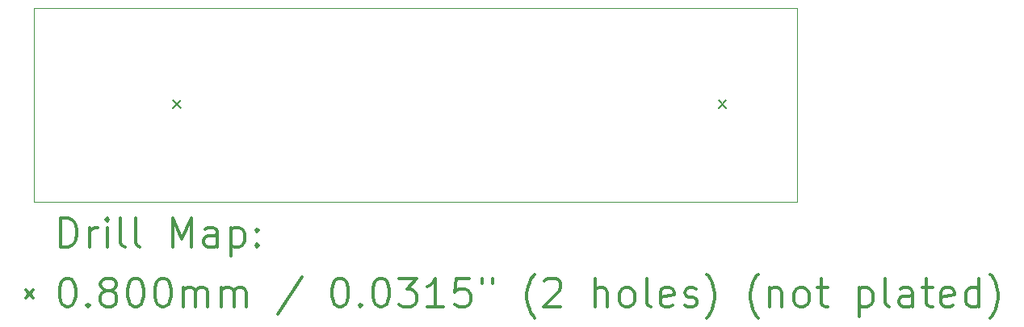
<source format=gbr>
%FSLAX45Y45*%
G04 Gerber Fmt 4.5, Leading zero omitted, Abs format (unit mm)*
G04 Created by KiCad (PCBNEW 5.1.10-88a1d61d58~88~ubuntu18.04.1) date 2021-09-30 10:17:41*
%MOMM*%
%LPD*%
G01*
G04 APERTURE LIST*
%TA.AperFunction,Profile*%
%ADD10C,0.100000*%
%TD*%
%ADD11C,0.200000*%
%ADD12C,0.300000*%
G04 APERTURE END LIST*
D10*
X10616200Y-5257800D02*
X10616200Y-7289800D01*
X2616200Y-5257800D02*
X10616200Y-5257800D01*
X2616200Y-7289800D02*
X2616200Y-5257800D01*
X10616200Y-7289800D02*
X2616200Y-7289800D01*
D11*
X4074800Y-6225600D02*
X4154800Y-6305600D01*
X4154800Y-6225600D02*
X4074800Y-6305600D01*
X9791800Y-6225600D02*
X9871800Y-6305600D01*
X9871800Y-6225600D02*
X9791800Y-6305600D01*
D12*
X2897628Y-7760514D02*
X2897628Y-7460514D01*
X2969057Y-7460514D01*
X3011914Y-7474800D01*
X3040486Y-7503371D01*
X3054771Y-7531943D01*
X3069057Y-7589086D01*
X3069057Y-7631943D01*
X3054771Y-7689086D01*
X3040486Y-7717657D01*
X3011914Y-7746229D01*
X2969057Y-7760514D01*
X2897628Y-7760514D01*
X3197628Y-7760514D02*
X3197628Y-7560514D01*
X3197628Y-7617657D02*
X3211914Y-7589086D01*
X3226200Y-7574800D01*
X3254771Y-7560514D01*
X3283343Y-7560514D01*
X3383343Y-7760514D02*
X3383343Y-7560514D01*
X3383343Y-7460514D02*
X3369057Y-7474800D01*
X3383343Y-7489086D01*
X3397628Y-7474800D01*
X3383343Y-7460514D01*
X3383343Y-7489086D01*
X3569057Y-7760514D02*
X3540486Y-7746229D01*
X3526200Y-7717657D01*
X3526200Y-7460514D01*
X3726200Y-7760514D02*
X3697628Y-7746229D01*
X3683343Y-7717657D01*
X3683343Y-7460514D01*
X4069057Y-7760514D02*
X4069057Y-7460514D01*
X4169057Y-7674800D01*
X4269057Y-7460514D01*
X4269057Y-7760514D01*
X4540486Y-7760514D02*
X4540486Y-7603371D01*
X4526200Y-7574800D01*
X4497628Y-7560514D01*
X4440486Y-7560514D01*
X4411914Y-7574800D01*
X4540486Y-7746229D02*
X4511914Y-7760514D01*
X4440486Y-7760514D01*
X4411914Y-7746229D01*
X4397628Y-7717657D01*
X4397628Y-7689086D01*
X4411914Y-7660514D01*
X4440486Y-7646229D01*
X4511914Y-7646229D01*
X4540486Y-7631943D01*
X4683343Y-7560514D02*
X4683343Y-7860514D01*
X4683343Y-7574800D02*
X4711914Y-7560514D01*
X4769057Y-7560514D01*
X4797628Y-7574800D01*
X4811914Y-7589086D01*
X4826200Y-7617657D01*
X4826200Y-7703371D01*
X4811914Y-7731943D01*
X4797628Y-7746229D01*
X4769057Y-7760514D01*
X4711914Y-7760514D01*
X4683343Y-7746229D01*
X4954771Y-7731943D02*
X4969057Y-7746229D01*
X4954771Y-7760514D01*
X4940486Y-7746229D01*
X4954771Y-7731943D01*
X4954771Y-7760514D01*
X4954771Y-7574800D02*
X4969057Y-7589086D01*
X4954771Y-7603371D01*
X4940486Y-7589086D01*
X4954771Y-7574800D01*
X4954771Y-7603371D01*
X2531200Y-8214800D02*
X2611200Y-8294800D01*
X2611200Y-8214800D02*
X2531200Y-8294800D01*
X2954771Y-8090514D02*
X2983343Y-8090514D01*
X3011914Y-8104800D01*
X3026200Y-8119086D01*
X3040486Y-8147657D01*
X3054771Y-8204800D01*
X3054771Y-8276229D01*
X3040486Y-8333371D01*
X3026200Y-8361943D01*
X3011914Y-8376229D01*
X2983343Y-8390514D01*
X2954771Y-8390514D01*
X2926200Y-8376229D01*
X2911914Y-8361943D01*
X2897628Y-8333371D01*
X2883343Y-8276229D01*
X2883343Y-8204800D01*
X2897628Y-8147657D01*
X2911914Y-8119086D01*
X2926200Y-8104800D01*
X2954771Y-8090514D01*
X3183343Y-8361943D02*
X3197628Y-8376229D01*
X3183343Y-8390514D01*
X3169057Y-8376229D01*
X3183343Y-8361943D01*
X3183343Y-8390514D01*
X3369057Y-8219086D02*
X3340486Y-8204800D01*
X3326200Y-8190514D01*
X3311914Y-8161943D01*
X3311914Y-8147657D01*
X3326200Y-8119086D01*
X3340486Y-8104800D01*
X3369057Y-8090514D01*
X3426200Y-8090514D01*
X3454771Y-8104800D01*
X3469057Y-8119086D01*
X3483343Y-8147657D01*
X3483343Y-8161943D01*
X3469057Y-8190514D01*
X3454771Y-8204800D01*
X3426200Y-8219086D01*
X3369057Y-8219086D01*
X3340486Y-8233371D01*
X3326200Y-8247657D01*
X3311914Y-8276229D01*
X3311914Y-8333371D01*
X3326200Y-8361943D01*
X3340486Y-8376229D01*
X3369057Y-8390514D01*
X3426200Y-8390514D01*
X3454771Y-8376229D01*
X3469057Y-8361943D01*
X3483343Y-8333371D01*
X3483343Y-8276229D01*
X3469057Y-8247657D01*
X3454771Y-8233371D01*
X3426200Y-8219086D01*
X3669057Y-8090514D02*
X3697628Y-8090514D01*
X3726200Y-8104800D01*
X3740486Y-8119086D01*
X3754771Y-8147657D01*
X3769057Y-8204800D01*
X3769057Y-8276229D01*
X3754771Y-8333371D01*
X3740486Y-8361943D01*
X3726200Y-8376229D01*
X3697628Y-8390514D01*
X3669057Y-8390514D01*
X3640486Y-8376229D01*
X3626200Y-8361943D01*
X3611914Y-8333371D01*
X3597628Y-8276229D01*
X3597628Y-8204800D01*
X3611914Y-8147657D01*
X3626200Y-8119086D01*
X3640486Y-8104800D01*
X3669057Y-8090514D01*
X3954771Y-8090514D02*
X3983343Y-8090514D01*
X4011914Y-8104800D01*
X4026200Y-8119086D01*
X4040486Y-8147657D01*
X4054771Y-8204800D01*
X4054771Y-8276229D01*
X4040486Y-8333371D01*
X4026200Y-8361943D01*
X4011914Y-8376229D01*
X3983343Y-8390514D01*
X3954771Y-8390514D01*
X3926200Y-8376229D01*
X3911914Y-8361943D01*
X3897628Y-8333371D01*
X3883343Y-8276229D01*
X3883343Y-8204800D01*
X3897628Y-8147657D01*
X3911914Y-8119086D01*
X3926200Y-8104800D01*
X3954771Y-8090514D01*
X4183343Y-8390514D02*
X4183343Y-8190514D01*
X4183343Y-8219086D02*
X4197628Y-8204800D01*
X4226200Y-8190514D01*
X4269057Y-8190514D01*
X4297628Y-8204800D01*
X4311914Y-8233371D01*
X4311914Y-8390514D01*
X4311914Y-8233371D02*
X4326200Y-8204800D01*
X4354771Y-8190514D01*
X4397628Y-8190514D01*
X4426200Y-8204800D01*
X4440486Y-8233371D01*
X4440486Y-8390514D01*
X4583343Y-8390514D02*
X4583343Y-8190514D01*
X4583343Y-8219086D02*
X4597628Y-8204800D01*
X4626200Y-8190514D01*
X4669057Y-8190514D01*
X4697628Y-8204800D01*
X4711914Y-8233371D01*
X4711914Y-8390514D01*
X4711914Y-8233371D02*
X4726200Y-8204800D01*
X4754771Y-8190514D01*
X4797628Y-8190514D01*
X4826200Y-8204800D01*
X4840486Y-8233371D01*
X4840486Y-8390514D01*
X5426200Y-8076229D02*
X5169057Y-8461943D01*
X5811914Y-8090514D02*
X5840486Y-8090514D01*
X5869057Y-8104800D01*
X5883343Y-8119086D01*
X5897628Y-8147657D01*
X5911914Y-8204800D01*
X5911914Y-8276229D01*
X5897628Y-8333371D01*
X5883343Y-8361943D01*
X5869057Y-8376229D01*
X5840486Y-8390514D01*
X5811914Y-8390514D01*
X5783343Y-8376229D01*
X5769057Y-8361943D01*
X5754771Y-8333371D01*
X5740486Y-8276229D01*
X5740486Y-8204800D01*
X5754771Y-8147657D01*
X5769057Y-8119086D01*
X5783343Y-8104800D01*
X5811914Y-8090514D01*
X6040486Y-8361943D02*
X6054771Y-8376229D01*
X6040486Y-8390514D01*
X6026200Y-8376229D01*
X6040486Y-8361943D01*
X6040486Y-8390514D01*
X6240486Y-8090514D02*
X6269057Y-8090514D01*
X6297628Y-8104800D01*
X6311914Y-8119086D01*
X6326200Y-8147657D01*
X6340486Y-8204800D01*
X6340486Y-8276229D01*
X6326200Y-8333371D01*
X6311914Y-8361943D01*
X6297628Y-8376229D01*
X6269057Y-8390514D01*
X6240486Y-8390514D01*
X6211914Y-8376229D01*
X6197628Y-8361943D01*
X6183343Y-8333371D01*
X6169057Y-8276229D01*
X6169057Y-8204800D01*
X6183343Y-8147657D01*
X6197628Y-8119086D01*
X6211914Y-8104800D01*
X6240486Y-8090514D01*
X6440486Y-8090514D02*
X6626200Y-8090514D01*
X6526200Y-8204800D01*
X6569057Y-8204800D01*
X6597628Y-8219086D01*
X6611914Y-8233371D01*
X6626200Y-8261943D01*
X6626200Y-8333371D01*
X6611914Y-8361943D01*
X6597628Y-8376229D01*
X6569057Y-8390514D01*
X6483343Y-8390514D01*
X6454771Y-8376229D01*
X6440486Y-8361943D01*
X6911914Y-8390514D02*
X6740486Y-8390514D01*
X6826200Y-8390514D02*
X6826200Y-8090514D01*
X6797628Y-8133371D01*
X6769057Y-8161943D01*
X6740486Y-8176229D01*
X7183343Y-8090514D02*
X7040486Y-8090514D01*
X7026200Y-8233371D01*
X7040486Y-8219086D01*
X7069057Y-8204800D01*
X7140486Y-8204800D01*
X7169057Y-8219086D01*
X7183343Y-8233371D01*
X7197628Y-8261943D01*
X7197628Y-8333371D01*
X7183343Y-8361943D01*
X7169057Y-8376229D01*
X7140486Y-8390514D01*
X7069057Y-8390514D01*
X7040486Y-8376229D01*
X7026200Y-8361943D01*
X7311914Y-8090514D02*
X7311914Y-8147657D01*
X7426200Y-8090514D02*
X7426200Y-8147657D01*
X7869057Y-8504800D02*
X7854771Y-8490514D01*
X7826200Y-8447657D01*
X7811914Y-8419086D01*
X7797628Y-8376229D01*
X7783343Y-8304800D01*
X7783343Y-8247657D01*
X7797628Y-8176229D01*
X7811914Y-8133371D01*
X7826200Y-8104800D01*
X7854771Y-8061943D01*
X7869057Y-8047657D01*
X7969057Y-8119086D02*
X7983343Y-8104800D01*
X8011914Y-8090514D01*
X8083343Y-8090514D01*
X8111914Y-8104800D01*
X8126200Y-8119086D01*
X8140486Y-8147657D01*
X8140486Y-8176229D01*
X8126200Y-8219086D01*
X7954771Y-8390514D01*
X8140486Y-8390514D01*
X8497628Y-8390514D02*
X8497628Y-8090514D01*
X8626200Y-8390514D02*
X8626200Y-8233371D01*
X8611914Y-8204800D01*
X8583343Y-8190514D01*
X8540486Y-8190514D01*
X8511914Y-8204800D01*
X8497628Y-8219086D01*
X8811914Y-8390514D02*
X8783343Y-8376229D01*
X8769057Y-8361943D01*
X8754771Y-8333371D01*
X8754771Y-8247657D01*
X8769057Y-8219086D01*
X8783343Y-8204800D01*
X8811914Y-8190514D01*
X8854771Y-8190514D01*
X8883343Y-8204800D01*
X8897628Y-8219086D01*
X8911914Y-8247657D01*
X8911914Y-8333371D01*
X8897628Y-8361943D01*
X8883343Y-8376229D01*
X8854771Y-8390514D01*
X8811914Y-8390514D01*
X9083343Y-8390514D02*
X9054771Y-8376229D01*
X9040486Y-8347657D01*
X9040486Y-8090514D01*
X9311914Y-8376229D02*
X9283343Y-8390514D01*
X9226200Y-8390514D01*
X9197628Y-8376229D01*
X9183343Y-8347657D01*
X9183343Y-8233371D01*
X9197628Y-8204800D01*
X9226200Y-8190514D01*
X9283343Y-8190514D01*
X9311914Y-8204800D01*
X9326200Y-8233371D01*
X9326200Y-8261943D01*
X9183343Y-8290514D01*
X9440486Y-8376229D02*
X9469057Y-8390514D01*
X9526200Y-8390514D01*
X9554771Y-8376229D01*
X9569057Y-8347657D01*
X9569057Y-8333371D01*
X9554771Y-8304800D01*
X9526200Y-8290514D01*
X9483343Y-8290514D01*
X9454771Y-8276229D01*
X9440486Y-8247657D01*
X9440486Y-8233371D01*
X9454771Y-8204800D01*
X9483343Y-8190514D01*
X9526200Y-8190514D01*
X9554771Y-8204800D01*
X9669057Y-8504800D02*
X9683343Y-8490514D01*
X9711914Y-8447657D01*
X9726200Y-8419086D01*
X9740486Y-8376229D01*
X9754771Y-8304800D01*
X9754771Y-8247657D01*
X9740486Y-8176229D01*
X9726200Y-8133371D01*
X9711914Y-8104800D01*
X9683343Y-8061943D01*
X9669057Y-8047657D01*
X10211914Y-8504800D02*
X10197628Y-8490514D01*
X10169057Y-8447657D01*
X10154771Y-8419086D01*
X10140486Y-8376229D01*
X10126200Y-8304800D01*
X10126200Y-8247657D01*
X10140486Y-8176229D01*
X10154771Y-8133371D01*
X10169057Y-8104800D01*
X10197628Y-8061943D01*
X10211914Y-8047657D01*
X10326200Y-8190514D02*
X10326200Y-8390514D01*
X10326200Y-8219086D02*
X10340486Y-8204800D01*
X10369057Y-8190514D01*
X10411914Y-8190514D01*
X10440486Y-8204800D01*
X10454771Y-8233371D01*
X10454771Y-8390514D01*
X10640486Y-8390514D02*
X10611914Y-8376229D01*
X10597628Y-8361943D01*
X10583343Y-8333371D01*
X10583343Y-8247657D01*
X10597628Y-8219086D01*
X10611914Y-8204800D01*
X10640486Y-8190514D01*
X10683343Y-8190514D01*
X10711914Y-8204800D01*
X10726200Y-8219086D01*
X10740486Y-8247657D01*
X10740486Y-8333371D01*
X10726200Y-8361943D01*
X10711914Y-8376229D01*
X10683343Y-8390514D01*
X10640486Y-8390514D01*
X10826200Y-8190514D02*
X10940486Y-8190514D01*
X10869057Y-8090514D02*
X10869057Y-8347657D01*
X10883343Y-8376229D01*
X10911914Y-8390514D01*
X10940486Y-8390514D01*
X11269057Y-8190514D02*
X11269057Y-8490514D01*
X11269057Y-8204800D02*
X11297628Y-8190514D01*
X11354771Y-8190514D01*
X11383343Y-8204800D01*
X11397628Y-8219086D01*
X11411914Y-8247657D01*
X11411914Y-8333371D01*
X11397628Y-8361943D01*
X11383343Y-8376229D01*
X11354771Y-8390514D01*
X11297628Y-8390514D01*
X11269057Y-8376229D01*
X11583343Y-8390514D02*
X11554771Y-8376229D01*
X11540486Y-8347657D01*
X11540486Y-8090514D01*
X11826200Y-8390514D02*
X11826200Y-8233371D01*
X11811914Y-8204800D01*
X11783343Y-8190514D01*
X11726200Y-8190514D01*
X11697628Y-8204800D01*
X11826200Y-8376229D02*
X11797628Y-8390514D01*
X11726200Y-8390514D01*
X11697628Y-8376229D01*
X11683343Y-8347657D01*
X11683343Y-8319086D01*
X11697628Y-8290514D01*
X11726200Y-8276229D01*
X11797628Y-8276229D01*
X11826200Y-8261943D01*
X11926200Y-8190514D02*
X12040486Y-8190514D01*
X11969057Y-8090514D02*
X11969057Y-8347657D01*
X11983343Y-8376229D01*
X12011914Y-8390514D01*
X12040486Y-8390514D01*
X12254771Y-8376229D02*
X12226200Y-8390514D01*
X12169057Y-8390514D01*
X12140486Y-8376229D01*
X12126200Y-8347657D01*
X12126200Y-8233371D01*
X12140486Y-8204800D01*
X12169057Y-8190514D01*
X12226200Y-8190514D01*
X12254771Y-8204800D01*
X12269057Y-8233371D01*
X12269057Y-8261943D01*
X12126200Y-8290514D01*
X12526200Y-8390514D02*
X12526200Y-8090514D01*
X12526200Y-8376229D02*
X12497628Y-8390514D01*
X12440486Y-8390514D01*
X12411914Y-8376229D01*
X12397628Y-8361943D01*
X12383343Y-8333371D01*
X12383343Y-8247657D01*
X12397628Y-8219086D01*
X12411914Y-8204800D01*
X12440486Y-8190514D01*
X12497628Y-8190514D01*
X12526200Y-8204800D01*
X12640486Y-8504800D02*
X12654771Y-8490514D01*
X12683343Y-8447657D01*
X12697628Y-8419086D01*
X12711914Y-8376229D01*
X12726200Y-8304800D01*
X12726200Y-8247657D01*
X12711914Y-8176229D01*
X12697628Y-8133371D01*
X12683343Y-8104800D01*
X12654771Y-8061943D01*
X12640486Y-8047657D01*
M02*

</source>
